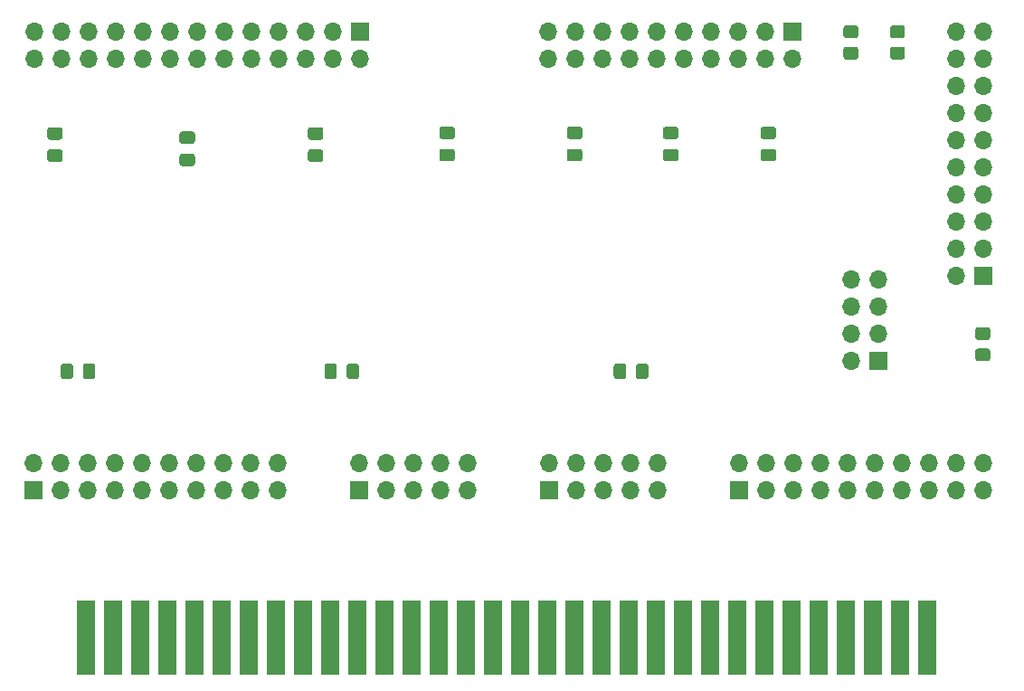
<source format=gbs>
G04 #@! TF.GenerationSoftware,KiCad,Pcbnew,(5.1.12-1-10_14)*
G04 #@! TF.CreationDate,2022-01-01T14:19:29-07:00*
G04 #@! TF.ProjectId,GenMemBlock,47656e4d-656d-4426-9c6f-636b2e6b6963,rev?*
G04 #@! TF.SameCoordinates,Original*
G04 #@! TF.FileFunction,Soldermask,Bot*
G04 #@! TF.FilePolarity,Negative*
%FSLAX46Y46*%
G04 Gerber Fmt 4.6, Leading zero omitted, Abs format (unit mm)*
G04 Created by KiCad (PCBNEW (5.1.12-1-10_14)) date 2022-01-01 14:19:29*
%MOMM*%
%LPD*%
G01*
G04 APERTURE LIST*
%ADD10O,1.700000X1.700000*%
%ADD11R,1.700000X1.700000*%
%ADD12R,1.778000X6.985000*%
G04 APERTURE END LIST*
D10*
X112268000Y-97282000D03*
X114808000Y-97282000D03*
X112268000Y-99822000D03*
X114808000Y-99822000D03*
X112268000Y-102362000D03*
X114808000Y-102362000D03*
X112268000Y-104902000D03*
D11*
X114808000Y-104902000D03*
D12*
X106680000Y-130810000D03*
X104140000Y-130810000D03*
X101600000Y-130810000D03*
X99060000Y-130810000D03*
X96520000Y-130810000D03*
X93980000Y-130810000D03*
X91440000Y-130810000D03*
X88900000Y-130810000D03*
X86360000Y-130810000D03*
X83820000Y-130810000D03*
X81280000Y-130810000D03*
X78740000Y-130810000D03*
X76200000Y-130810000D03*
X73660000Y-130810000D03*
X71120000Y-130810000D03*
X68580000Y-130810000D03*
X66040000Y-130810000D03*
X63500000Y-130810000D03*
X60960000Y-130810000D03*
X58420000Y-130810000D03*
X55880000Y-130810000D03*
X53340000Y-130810000D03*
X119380000Y-130810000D03*
X109220000Y-130810000D03*
X116840000Y-130810000D03*
X111760000Y-130810000D03*
X114300000Y-130810000D03*
X50800000Y-130810000D03*
X43180000Y-130810000D03*
X48260000Y-130810000D03*
X45720000Y-130810000D03*
X40640000Y-130810000D03*
G36*
G01*
X124111599Y-103778000D02*
X125011601Y-103778000D01*
G75*
G02*
X125261600Y-104027999I0J-249999D01*
G01*
X125261600Y-104728001D01*
G75*
G02*
X125011601Y-104978000I-249999J0D01*
G01*
X124111599Y-104978000D01*
G75*
G02*
X123861600Y-104728001I0J249999D01*
G01*
X123861600Y-104027999D01*
G75*
G02*
X124111599Y-103778000I249999J0D01*
G01*
G37*
G36*
G01*
X124111599Y-101778000D02*
X125011601Y-101778000D01*
G75*
G02*
X125261600Y-102027999I0J-249999D01*
G01*
X125261600Y-102728001D01*
G75*
G02*
X125011601Y-102978000I-249999J0D01*
G01*
X124111599Y-102978000D01*
G75*
G02*
X123861600Y-102728001I0J249999D01*
G01*
X123861600Y-102027999D01*
G75*
G02*
X124111599Y-101778000I249999J0D01*
G01*
G37*
D10*
X35789000Y-76690000D03*
X35789000Y-74150000D03*
X38329000Y-76690000D03*
X38329000Y-74150000D03*
X40869000Y-76690000D03*
X40869000Y-74150000D03*
X43409000Y-76690000D03*
X43409000Y-74150000D03*
X45949000Y-76690000D03*
X45949000Y-74150000D03*
X48489000Y-76690000D03*
X48489000Y-74150000D03*
X51029000Y-76690000D03*
X51029000Y-74150000D03*
X53569000Y-76690000D03*
X53569000Y-74150000D03*
X56109000Y-76690000D03*
X56109000Y-74150000D03*
X58649000Y-76690000D03*
X58649000Y-74150000D03*
X61189000Y-76690000D03*
X61189000Y-74150000D03*
X63729000Y-76690000D03*
X63729000Y-74150000D03*
X66269000Y-76690000D03*
D11*
X66269000Y-74150000D03*
G36*
G01*
X38194000Y-84241000D02*
X37244000Y-84241000D01*
G75*
G02*
X36994000Y-83991000I0J250000D01*
G01*
X36994000Y-83316000D01*
G75*
G02*
X37244000Y-83066000I250000J0D01*
G01*
X38194000Y-83066000D01*
G75*
G02*
X38444000Y-83316000I0J-250000D01*
G01*
X38444000Y-83991000D01*
G75*
G02*
X38194000Y-84241000I-250000J0D01*
G01*
G37*
G36*
G01*
X38194000Y-86316000D02*
X37244000Y-86316000D01*
G75*
G02*
X36994000Y-86066000I0J250000D01*
G01*
X36994000Y-85391000D01*
G75*
G02*
X37244000Y-85141000I250000J0D01*
G01*
X38194000Y-85141000D01*
G75*
G02*
X38444000Y-85391000I0J-250000D01*
G01*
X38444000Y-86066000D01*
G75*
G02*
X38194000Y-86316000I-250000J0D01*
G01*
G37*
D10*
X76327000Y-114503200D03*
X76327000Y-117043200D03*
X73787000Y-114503200D03*
X73787000Y-117043200D03*
X71247000Y-114503200D03*
X71247000Y-117043200D03*
X68707000Y-114503200D03*
X68707000Y-117043200D03*
X66167000Y-114503200D03*
D11*
X66167000Y-117043200D03*
G36*
G01*
X74897000Y-84190200D02*
X73947000Y-84190200D01*
G75*
G02*
X73697000Y-83940200I0J250000D01*
G01*
X73697000Y-83265200D01*
G75*
G02*
X73947000Y-83015200I250000J0D01*
G01*
X74897000Y-83015200D01*
G75*
G02*
X75147000Y-83265200I0J-250000D01*
G01*
X75147000Y-83940200D01*
G75*
G02*
X74897000Y-84190200I-250000J0D01*
G01*
G37*
G36*
G01*
X74897000Y-86265200D02*
X73947000Y-86265200D01*
G75*
G02*
X73697000Y-86015200I0J250000D01*
G01*
X73697000Y-85340200D01*
G75*
G02*
X73947000Y-85090200I250000J0D01*
G01*
X74897000Y-85090200D01*
G75*
G02*
X75147000Y-85340200I0J-250000D01*
G01*
X75147000Y-86015200D01*
G75*
G02*
X74897000Y-86265200I-250000J0D01*
G01*
G37*
G36*
G01*
X94876600Y-85090200D02*
X95826600Y-85090200D01*
G75*
G02*
X96076600Y-85340200I0J-250000D01*
G01*
X96076600Y-86015200D01*
G75*
G02*
X95826600Y-86265200I-250000J0D01*
G01*
X94876600Y-86265200D01*
G75*
G02*
X94626600Y-86015200I0J250000D01*
G01*
X94626600Y-85340200D01*
G75*
G02*
X94876600Y-85090200I250000J0D01*
G01*
G37*
G36*
G01*
X94876600Y-83015200D02*
X95826600Y-83015200D01*
G75*
G02*
X96076600Y-83265200I0J-250000D01*
G01*
X96076600Y-83940200D01*
G75*
G02*
X95826600Y-84190200I-250000J0D01*
G01*
X94876600Y-84190200D01*
G75*
G02*
X94626600Y-83940200I0J250000D01*
G01*
X94626600Y-83265200D01*
G75*
G02*
X94876600Y-83015200I250000J0D01*
G01*
G37*
G36*
G01*
X92093200Y-106393000D02*
X92093200Y-105443000D01*
G75*
G02*
X92343200Y-105193000I250000J0D01*
G01*
X93018200Y-105193000D01*
G75*
G02*
X93268200Y-105443000I0J-250000D01*
G01*
X93268200Y-106393000D01*
G75*
G02*
X93018200Y-106643000I-250000J0D01*
G01*
X92343200Y-106643000D01*
G75*
G02*
X92093200Y-106393000I0J250000D01*
G01*
G37*
G36*
G01*
X90018200Y-106393000D02*
X90018200Y-105443000D01*
G75*
G02*
X90268200Y-105193000I250000J0D01*
G01*
X90943200Y-105193000D01*
G75*
G02*
X91193200Y-105443000I0J-250000D01*
G01*
X91193200Y-106393000D01*
G75*
G02*
X90943200Y-106643000I-250000J0D01*
G01*
X90268200Y-106643000D01*
G75*
G02*
X90018200Y-106393000I0J250000D01*
G01*
G37*
G36*
G01*
X40328000Y-106393000D02*
X40328000Y-105443000D01*
G75*
G02*
X40578000Y-105193000I250000J0D01*
G01*
X41253000Y-105193000D01*
G75*
G02*
X41503000Y-105443000I0J-250000D01*
G01*
X41503000Y-106393000D01*
G75*
G02*
X41253000Y-106643000I-250000J0D01*
G01*
X40578000Y-106643000D01*
G75*
G02*
X40328000Y-106393000I0J250000D01*
G01*
G37*
G36*
G01*
X38253000Y-106393000D02*
X38253000Y-105443000D01*
G75*
G02*
X38503000Y-105193000I250000J0D01*
G01*
X39178000Y-105193000D01*
G75*
G02*
X39428000Y-105443000I0J-250000D01*
G01*
X39428000Y-106393000D01*
G75*
G02*
X39178000Y-106643000I-250000J0D01*
G01*
X38503000Y-106643000D01*
G75*
G02*
X38253000Y-106393000I0J250000D01*
G01*
G37*
G36*
G01*
X65016800Y-106393000D02*
X65016800Y-105443000D01*
G75*
G02*
X65266800Y-105193000I250000J0D01*
G01*
X65941800Y-105193000D01*
G75*
G02*
X66191800Y-105443000I0J-250000D01*
G01*
X66191800Y-106393000D01*
G75*
G02*
X65941800Y-106643000I-250000J0D01*
G01*
X65266800Y-106643000D01*
G75*
G02*
X65016800Y-106393000I0J250000D01*
G01*
G37*
G36*
G01*
X62941800Y-106393000D02*
X62941800Y-105443000D01*
G75*
G02*
X63191800Y-105193000I250000J0D01*
G01*
X63866800Y-105193000D01*
G75*
G02*
X64116800Y-105443000I0J-250000D01*
G01*
X64116800Y-106393000D01*
G75*
G02*
X63866800Y-106643000I-250000J0D01*
G01*
X63191800Y-106643000D01*
G75*
G02*
X62941800Y-106393000I0J250000D01*
G01*
G37*
G36*
G01*
X85885000Y-85090200D02*
X86835000Y-85090200D01*
G75*
G02*
X87085000Y-85340200I0J-250000D01*
G01*
X87085000Y-86015200D01*
G75*
G02*
X86835000Y-86265200I-250000J0D01*
G01*
X85885000Y-86265200D01*
G75*
G02*
X85635000Y-86015200I0J250000D01*
G01*
X85635000Y-85340200D01*
G75*
G02*
X85885000Y-85090200I250000J0D01*
G01*
G37*
G36*
G01*
X85885000Y-83015200D02*
X86835000Y-83015200D01*
G75*
G02*
X87085000Y-83265200I0J-250000D01*
G01*
X87085000Y-83940200D01*
G75*
G02*
X86835000Y-84190200I-250000J0D01*
G01*
X85885000Y-84190200D01*
G75*
G02*
X85635000Y-83940200I0J250000D01*
G01*
X85635000Y-83265200D01*
G75*
G02*
X85885000Y-83015200I250000J0D01*
G01*
G37*
G36*
G01*
X104970600Y-84190200D02*
X104020600Y-84190200D01*
G75*
G02*
X103770600Y-83940200I0J250000D01*
G01*
X103770600Y-83265200D01*
G75*
G02*
X104020600Y-83015200I250000J0D01*
G01*
X104970600Y-83015200D01*
G75*
G02*
X105220600Y-83265200I0J-250000D01*
G01*
X105220600Y-83940200D01*
G75*
G02*
X104970600Y-84190200I-250000J0D01*
G01*
G37*
G36*
G01*
X104970600Y-86265200D02*
X104020600Y-86265200D01*
G75*
G02*
X103770600Y-86015200I0J250000D01*
G01*
X103770600Y-85340200D01*
G75*
G02*
X104020600Y-85090200I250000J0D01*
G01*
X104970600Y-85090200D01*
G75*
G02*
X105220600Y-85340200I0J-250000D01*
G01*
X105220600Y-86015200D01*
G75*
G02*
X104970600Y-86265200I-250000J0D01*
G01*
G37*
G36*
G01*
X50576500Y-84640000D02*
X49626500Y-84640000D01*
G75*
G02*
X49376500Y-84390000I0J250000D01*
G01*
X49376500Y-83715000D01*
G75*
G02*
X49626500Y-83465000I250000J0D01*
G01*
X50576500Y-83465000D01*
G75*
G02*
X50826500Y-83715000I0J-250000D01*
G01*
X50826500Y-84390000D01*
G75*
G02*
X50576500Y-84640000I-250000J0D01*
G01*
G37*
G36*
G01*
X50576500Y-86715000D02*
X49626500Y-86715000D01*
G75*
G02*
X49376500Y-86465000I0J250000D01*
G01*
X49376500Y-85790000D01*
G75*
G02*
X49626500Y-85540000I250000J0D01*
G01*
X50576500Y-85540000D01*
G75*
G02*
X50826500Y-85790000I0J-250000D01*
G01*
X50826500Y-86465000D01*
G75*
G02*
X50576500Y-86715000I-250000J0D01*
G01*
G37*
G36*
G01*
X62590700Y-84241000D02*
X61640700Y-84241000D01*
G75*
G02*
X61390700Y-83991000I0J250000D01*
G01*
X61390700Y-83316000D01*
G75*
G02*
X61640700Y-83066000I250000J0D01*
G01*
X62590700Y-83066000D01*
G75*
G02*
X62840700Y-83316000I0J-250000D01*
G01*
X62840700Y-83991000D01*
G75*
G02*
X62590700Y-84241000I-250000J0D01*
G01*
G37*
G36*
G01*
X62590700Y-86316000D02*
X61640700Y-86316000D01*
G75*
G02*
X61390700Y-86066000I0J250000D01*
G01*
X61390700Y-85391000D01*
G75*
G02*
X61640700Y-85141000I250000J0D01*
G01*
X62590700Y-85141000D01*
G75*
G02*
X62840700Y-85391000I0J-250000D01*
G01*
X62840700Y-86066000D01*
G75*
G02*
X62590700Y-86316000I-250000J0D01*
G01*
G37*
D10*
X94107000Y-114503200D03*
X94107000Y-117043200D03*
X91567000Y-114503200D03*
X91567000Y-117043200D03*
X89027000Y-114503200D03*
X89027000Y-117043200D03*
X86487000Y-114503200D03*
X86487000Y-117043200D03*
X83947000Y-114503200D03*
D11*
X83947000Y-117043200D03*
D10*
X124587000Y-114503200D03*
X124587000Y-117043200D03*
X122047000Y-114503200D03*
X122047000Y-117043200D03*
X119507000Y-114503200D03*
X119507000Y-117043200D03*
X116967000Y-114503200D03*
X116967000Y-117043200D03*
X114427000Y-114503200D03*
X114427000Y-117043200D03*
X111887000Y-114503200D03*
X111887000Y-117043200D03*
X109347000Y-114503200D03*
X109347000Y-117043200D03*
X106807000Y-114503200D03*
X106807000Y-117043200D03*
X104267000Y-114503200D03*
X104267000Y-117043200D03*
X101727000Y-114503200D03*
D11*
X101727000Y-117043200D03*
D10*
X58572400Y-114503200D03*
X58572400Y-117043200D03*
X56032400Y-114503200D03*
X56032400Y-117043200D03*
X53492400Y-114503200D03*
X53492400Y-117043200D03*
X50952400Y-114503200D03*
X50952400Y-117043200D03*
X48412400Y-114503200D03*
X48412400Y-117043200D03*
X45872400Y-114503200D03*
X45872400Y-117043200D03*
X43332400Y-114503200D03*
X43332400Y-117043200D03*
X40792400Y-114503200D03*
X40792400Y-117043200D03*
X38252400Y-114503200D03*
X38252400Y-117043200D03*
X35712400Y-114503200D03*
D11*
X35712400Y-117043200D03*
D10*
X83921600Y-76690000D03*
X83921600Y-74150000D03*
X86461600Y-76690000D03*
X86461600Y-74150000D03*
X89001600Y-76690000D03*
X89001600Y-74150000D03*
X91541600Y-76690000D03*
X91541600Y-74150000D03*
X94081600Y-76690000D03*
X94081600Y-74150000D03*
X96621600Y-76690000D03*
X96621600Y-74150000D03*
X99161600Y-76690000D03*
X99161600Y-74150000D03*
X101701600Y-76690000D03*
X101701600Y-74150000D03*
X104241600Y-76690000D03*
X104241600Y-74150000D03*
X106781600Y-76690000D03*
D11*
X106781600Y-74150000D03*
D10*
X122037000Y-74140000D03*
X124577000Y-74140000D03*
X122037000Y-76680000D03*
X124577000Y-76680000D03*
X122037000Y-79220000D03*
X124577000Y-79220000D03*
X122037000Y-81760000D03*
X124577000Y-81760000D03*
X122037000Y-84300000D03*
X124577000Y-84300000D03*
X122037000Y-86840000D03*
X124577000Y-86840000D03*
X122037000Y-89380000D03*
X124577000Y-89380000D03*
X122037000Y-91920000D03*
X124577000Y-91920000D03*
X122037000Y-94460000D03*
X124577000Y-94460000D03*
X122037000Y-97000000D03*
D11*
X124577000Y-97000000D03*
G36*
G01*
X112667201Y-74733200D02*
X111767199Y-74733200D01*
G75*
G02*
X111517200Y-74483201I0J249999D01*
G01*
X111517200Y-73783199D01*
G75*
G02*
X111767199Y-73533200I249999J0D01*
G01*
X112667201Y-73533200D01*
G75*
G02*
X112917200Y-73783199I0J-249999D01*
G01*
X112917200Y-74483201D01*
G75*
G02*
X112667201Y-74733200I-249999J0D01*
G01*
G37*
G36*
G01*
X112667201Y-76733200D02*
X111767199Y-76733200D01*
G75*
G02*
X111517200Y-76483201I0J249999D01*
G01*
X111517200Y-75783199D01*
G75*
G02*
X111767199Y-75533200I249999J0D01*
G01*
X112667201Y-75533200D01*
G75*
G02*
X112917200Y-75783199I0J-249999D01*
G01*
X112917200Y-76483201D01*
G75*
G02*
X112667201Y-76733200I-249999J0D01*
G01*
G37*
G36*
G01*
X117036001Y-74733200D02*
X116135999Y-74733200D01*
G75*
G02*
X115886000Y-74483201I0J249999D01*
G01*
X115886000Y-73783199D01*
G75*
G02*
X116135999Y-73533200I249999J0D01*
G01*
X117036001Y-73533200D01*
G75*
G02*
X117286000Y-73783199I0J-249999D01*
G01*
X117286000Y-74483201D01*
G75*
G02*
X117036001Y-74733200I-249999J0D01*
G01*
G37*
G36*
G01*
X117036001Y-76733200D02*
X116135999Y-76733200D01*
G75*
G02*
X115886000Y-76483201I0J249999D01*
G01*
X115886000Y-75783199D01*
G75*
G02*
X116135999Y-75533200I249999J0D01*
G01*
X117036001Y-75533200D01*
G75*
G02*
X117286000Y-75783199I0J-249999D01*
G01*
X117286000Y-76483201D01*
G75*
G02*
X117036001Y-76733200I-249999J0D01*
G01*
G37*
M02*

</source>
